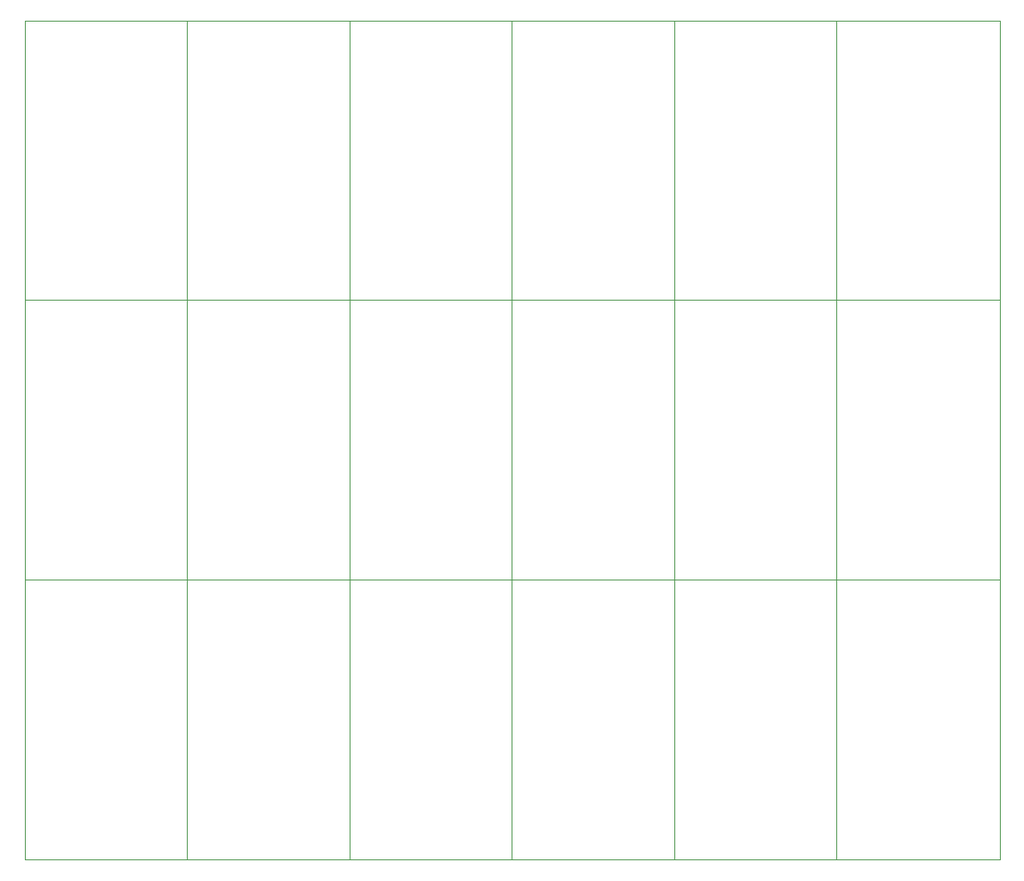
<source format=gbr>
G04 #@! TF.GenerationSoftware,KiCad,Pcbnew,(5.1.2)-2*
G04 #@! TF.CreationDate,2019-08-12T20:16:11-04:00*
G04 #@! TF.ProjectId,v2_panelized,76325f70-616e-4656-9c69-7a65642e6b69,rev?*
G04 #@! TF.SameCoordinates,Original*
G04 #@! TF.FileFunction,Profile,NP*
%FSLAX46Y46*%
G04 Gerber Fmt 4.6, Leading zero omitted, Abs format (unit mm)*
G04 Created by KiCad (PCBNEW (5.1.2)-2) date 2019-08-12 20:16:11*
%MOMM*%
%LPD*%
G04 APERTURE LIST*
%ADD10C,0.100000*%
G04 APERTURE END LIST*
D10*
X133324998Y-533002D02*
X232685012Y-533002D01*
X133324998Y27965000D02*
X232685012Y27965000D01*
X216075008Y56413002D02*
X216075008Y-29081006D01*
X199515006Y56413002D02*
X199515006Y-29081006D01*
X182955004Y56413002D02*
X182955004Y-29081006D01*
X166395002Y56413002D02*
X166395002Y-29081006D01*
X149835000Y56413002D02*
X149835000Y-29081006D01*
X133324999Y-29081005D02*
X133324999Y56413001D01*
X232685011Y-29081005D02*
X133324999Y-29081005D01*
X232685011Y56413001D02*
X232685011Y-29081005D01*
X133324999Y56413001D02*
X232685011Y56413001D01*
M02*

</source>
